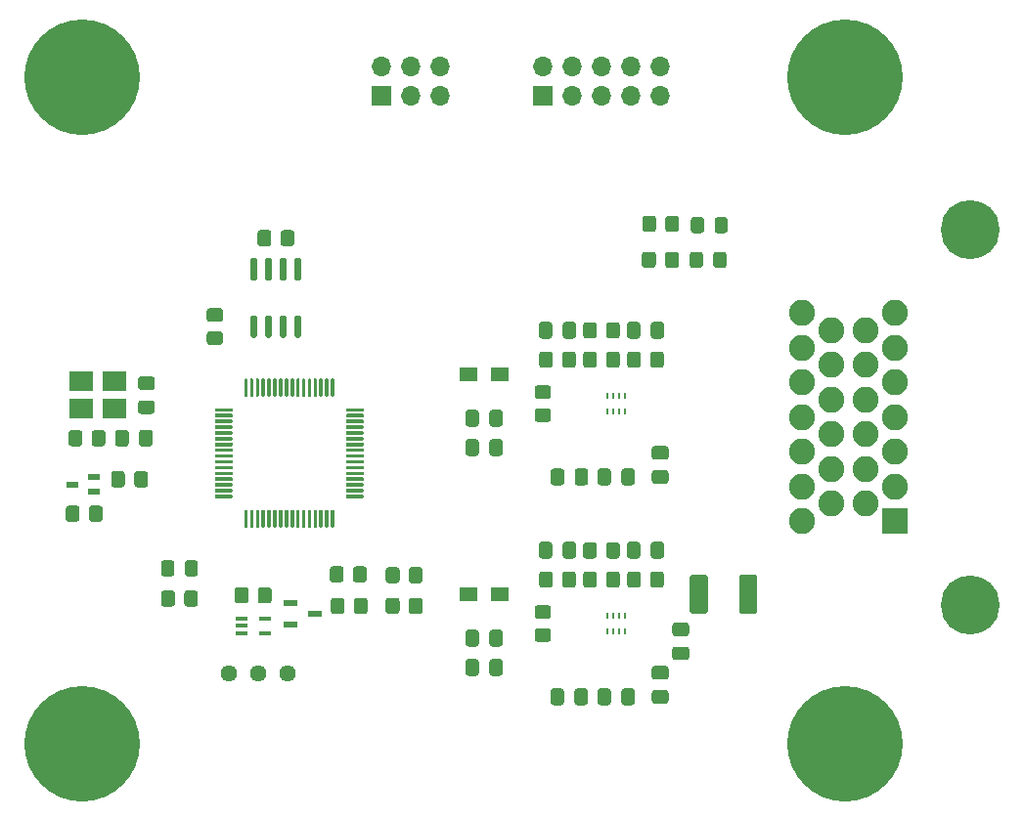
<source format=gts>
G04 #@! TF.GenerationSoftware,KiCad,Pcbnew,(5.1.12)-1*
G04 #@! TF.CreationDate,2022-07-24T10:45:22+02:00*
G04 #@! TF.ProjectId,telemetria tyl,74656c65-6d65-4747-9269-612074796c2e,rev?*
G04 #@! TF.SameCoordinates,Original*
G04 #@! TF.FileFunction,Soldermask,Top*
G04 #@! TF.FilePolarity,Negative*
%FSLAX46Y46*%
G04 Gerber Fmt 4.6, Leading zero omitted, Abs format (unit mm)*
G04 Created by KiCad (PCBNEW (5.1.12)-1) date 2022-07-24 10:45:22*
%MOMM*%
%LPD*%
G01*
G04 APERTURE LIST*
%ADD10R,2.250000X2.250000*%
%ADD11C,2.250000*%
%ADD12C,5.100000*%
%ADD13R,0.250000X0.600000*%
%ADD14C,10.000000*%
%ADD15C,0.900000*%
%ADD16R,1.700000X1.700000*%
%ADD17O,1.700000X1.700000*%
%ADD18R,1.500000X1.200000*%
%ADD19C,1.440000*%
%ADD20R,2.100000X1.800000*%
%ADD21R,1.000000X0.550000*%
%ADD22R,1.050000X0.400000*%
%ADD23R,1.300000X0.600000*%
G04 APERTURE END LIST*
D10*
X209550000Y-127000000D03*
D11*
X209550000Y-124000000D03*
X209550000Y-121000000D03*
X209550000Y-118000000D03*
X209550000Y-115000000D03*
X209550000Y-112000000D03*
X209550000Y-109000000D03*
X207050000Y-110500000D03*
X207050000Y-113500000D03*
X207050000Y-116500000D03*
X207050000Y-119500000D03*
X207050000Y-122500000D03*
X207050000Y-125500000D03*
X204050000Y-125500000D03*
X204050000Y-122500000D03*
X204050000Y-119500000D03*
X204050000Y-116500000D03*
X204050000Y-113500000D03*
X204050000Y-110500000D03*
X201550000Y-109000000D03*
X201550000Y-112000000D03*
X201550000Y-115000000D03*
X201550000Y-118000000D03*
X201550000Y-121000000D03*
X201550000Y-124000000D03*
X201550000Y-127000000D03*
D12*
X216050000Y-134250000D03*
X216050000Y-101750000D03*
D13*
X184670000Y-136590000D03*
X185170000Y-136590000D03*
X185670000Y-136590000D03*
X186170000Y-136590000D03*
X186170000Y-135190000D03*
X185670000Y-135190000D03*
X185170000Y-135190000D03*
X184670000Y-135190000D03*
G36*
G01*
X183795000Y-142715000D02*
X183795000Y-141765000D01*
G75*
G02*
X184045000Y-141515000I250000J0D01*
G01*
X184720000Y-141515000D01*
G75*
G02*
X184970000Y-141765000I0J-250000D01*
G01*
X184970000Y-142715000D01*
G75*
G02*
X184720000Y-142965000I-250000J0D01*
G01*
X184045000Y-142965000D01*
G75*
G02*
X183795000Y-142715000I0J250000D01*
G01*
G37*
G36*
G01*
X185870000Y-142715000D02*
X185870000Y-141765000D01*
G75*
G02*
X186120000Y-141515000I250000J0D01*
G01*
X186795000Y-141515000D01*
G75*
G02*
X187045000Y-141765000I0J-250000D01*
G01*
X187045000Y-142715000D01*
G75*
G02*
X186795000Y-142965000I-250000J0D01*
G01*
X186120000Y-142965000D01*
G75*
G02*
X185870000Y-142715000I0J250000D01*
G01*
G37*
G36*
G01*
X185870000Y-123665000D02*
X185870000Y-122715000D01*
G75*
G02*
X186120000Y-122465000I250000J0D01*
G01*
X186795000Y-122465000D01*
G75*
G02*
X187045000Y-122715000I0J-250000D01*
G01*
X187045000Y-123665000D01*
G75*
G02*
X186795000Y-123915000I-250000J0D01*
G01*
X186120000Y-123915000D01*
G75*
G02*
X185870000Y-123665000I0J250000D01*
G01*
G37*
G36*
G01*
X183795000Y-123665000D02*
X183795000Y-122715000D01*
G75*
G02*
X184045000Y-122465000I250000J0D01*
G01*
X184720000Y-122465000D01*
G75*
G02*
X184970000Y-122715000I0J-250000D01*
G01*
X184970000Y-123665000D01*
G75*
G02*
X184720000Y-123915000I-250000J0D01*
G01*
X184045000Y-123915000D01*
G75*
G02*
X183795000Y-123665000I0J250000D01*
G01*
G37*
G36*
G01*
X179752500Y-123665000D02*
X179752500Y-122715000D01*
G75*
G02*
X180002500Y-122465000I250000J0D01*
G01*
X180677500Y-122465000D01*
G75*
G02*
X180927500Y-122715000I0J-250000D01*
G01*
X180927500Y-123665000D01*
G75*
G02*
X180677500Y-123915000I-250000J0D01*
G01*
X180002500Y-123915000D01*
G75*
G02*
X179752500Y-123665000I0J250000D01*
G01*
G37*
G36*
G01*
X181827500Y-123665000D02*
X181827500Y-122715000D01*
G75*
G02*
X182077500Y-122465000I250000J0D01*
G01*
X182752500Y-122465000D01*
G75*
G02*
X183002500Y-122715000I0J-250000D01*
G01*
X183002500Y-123665000D01*
G75*
G02*
X182752500Y-123915000I-250000J0D01*
G01*
X182077500Y-123915000D01*
G75*
G02*
X181827500Y-123665000I0J250000D01*
G01*
G37*
G36*
G01*
X179731000Y-142715000D02*
X179731000Y-141765000D01*
G75*
G02*
X179981000Y-141515000I250000J0D01*
G01*
X180656000Y-141515000D01*
G75*
G02*
X180906000Y-141765000I0J-250000D01*
G01*
X180906000Y-142715000D01*
G75*
G02*
X180656000Y-142965000I-250000J0D01*
G01*
X179981000Y-142965000D01*
G75*
G02*
X179731000Y-142715000I0J250000D01*
G01*
G37*
G36*
G01*
X181806000Y-142715000D02*
X181806000Y-141765000D01*
G75*
G02*
X182056000Y-141515000I250000J0D01*
G01*
X182731000Y-141515000D01*
G75*
G02*
X182981000Y-141765000I0J-250000D01*
G01*
X182981000Y-142715000D01*
G75*
G02*
X182731000Y-142965000I-250000J0D01*
G01*
X182056000Y-142965000D01*
G75*
G02*
X181806000Y-142715000I0J250000D01*
G01*
G37*
G36*
G01*
X188755000Y-122602500D02*
X189705000Y-122602500D01*
G75*
G02*
X189955000Y-122852500I0J-250000D01*
G01*
X189955000Y-123527500D01*
G75*
G02*
X189705000Y-123777500I-250000J0D01*
G01*
X188755000Y-123777500D01*
G75*
G02*
X188505000Y-123527500I0J250000D01*
G01*
X188505000Y-122852500D01*
G75*
G02*
X188755000Y-122602500I250000J0D01*
G01*
G37*
G36*
G01*
X188755000Y-120527500D02*
X189705000Y-120527500D01*
G75*
G02*
X189955000Y-120777500I0J-250000D01*
G01*
X189955000Y-121452500D01*
G75*
G02*
X189705000Y-121702500I-250000J0D01*
G01*
X188755000Y-121702500D01*
G75*
G02*
X188505000Y-121452500I0J250000D01*
G01*
X188505000Y-120777500D01*
G75*
G02*
X188755000Y-120527500I250000J0D01*
G01*
G37*
G36*
G01*
X188755000Y-141652500D02*
X189705000Y-141652500D01*
G75*
G02*
X189955000Y-141902500I0J-250000D01*
G01*
X189955000Y-142577500D01*
G75*
G02*
X189705000Y-142827500I-250000J0D01*
G01*
X188755000Y-142827500D01*
G75*
G02*
X188505000Y-142577500I0J250000D01*
G01*
X188505000Y-141902500D01*
G75*
G02*
X188755000Y-141652500I250000J0D01*
G01*
G37*
G36*
G01*
X188755000Y-139577500D02*
X189705000Y-139577500D01*
G75*
G02*
X189955000Y-139827500I0J-250000D01*
G01*
X189955000Y-140502500D01*
G75*
G02*
X189705000Y-140752500I-250000J0D01*
G01*
X188755000Y-140752500D01*
G75*
G02*
X188505000Y-140502500I0J250000D01*
G01*
X188505000Y-139827500D01*
G75*
G02*
X188755000Y-139577500I250000J0D01*
G01*
G37*
G36*
G01*
X189585000Y-110015000D02*
X189585000Y-110965000D01*
G75*
G02*
X189335000Y-111215000I-250000J0D01*
G01*
X188660000Y-111215000D01*
G75*
G02*
X188410000Y-110965000I0J250000D01*
G01*
X188410000Y-110015000D01*
G75*
G02*
X188660000Y-109765000I250000J0D01*
G01*
X189335000Y-109765000D01*
G75*
G02*
X189585000Y-110015000I0J-250000D01*
G01*
G37*
G36*
G01*
X187510000Y-110015000D02*
X187510000Y-110965000D01*
G75*
G02*
X187260000Y-111215000I-250000J0D01*
G01*
X186585000Y-111215000D01*
G75*
G02*
X186335000Y-110965000I0J250000D01*
G01*
X186335000Y-110015000D01*
G75*
G02*
X186585000Y-109765000I250000J0D01*
G01*
X187260000Y-109765000D01*
G75*
G02*
X187510000Y-110015000I0J-250000D01*
G01*
G37*
G36*
G01*
X187510000Y-129065000D02*
X187510000Y-130015000D01*
G75*
G02*
X187260000Y-130265000I-250000J0D01*
G01*
X186585000Y-130265000D01*
G75*
G02*
X186335000Y-130015000I0J250000D01*
G01*
X186335000Y-129065000D01*
G75*
G02*
X186585000Y-128815000I250000J0D01*
G01*
X187260000Y-128815000D01*
G75*
G02*
X187510000Y-129065000I0J-250000D01*
G01*
G37*
G36*
G01*
X189585000Y-129065000D02*
X189585000Y-130015000D01*
G75*
G02*
X189335000Y-130265000I-250000J0D01*
G01*
X188660000Y-130265000D01*
G75*
G02*
X188410000Y-130015000I0J250000D01*
G01*
X188410000Y-129065000D01*
G75*
G02*
X188660000Y-128815000I250000J0D01*
G01*
X189335000Y-128815000D01*
G75*
G02*
X189585000Y-129065000I0J-250000D01*
G01*
G37*
G36*
G01*
X174440000Y-118585000D02*
X174440000Y-117635000D01*
G75*
G02*
X174690000Y-117385000I250000J0D01*
G01*
X175365000Y-117385000D01*
G75*
G02*
X175615000Y-117635000I0J-250000D01*
G01*
X175615000Y-118585000D01*
G75*
G02*
X175365000Y-118835000I-250000J0D01*
G01*
X174690000Y-118835000D01*
G75*
G02*
X174440000Y-118585000I0J250000D01*
G01*
G37*
G36*
G01*
X172365000Y-118585000D02*
X172365000Y-117635000D01*
G75*
G02*
X172615000Y-117385000I250000J0D01*
G01*
X173290000Y-117385000D01*
G75*
G02*
X173540000Y-117635000I0J-250000D01*
G01*
X173540000Y-118585000D01*
G75*
G02*
X173290000Y-118835000I-250000J0D01*
G01*
X172615000Y-118835000D01*
G75*
G02*
X172365000Y-118585000I0J250000D01*
G01*
G37*
G36*
G01*
X174440000Y-137635000D02*
X174440000Y-136685000D01*
G75*
G02*
X174690000Y-136435000I250000J0D01*
G01*
X175365000Y-136435000D01*
G75*
G02*
X175615000Y-136685000I0J-250000D01*
G01*
X175615000Y-137635000D01*
G75*
G02*
X175365000Y-137885000I-250000J0D01*
G01*
X174690000Y-137885000D01*
G75*
G02*
X174440000Y-137635000I0J250000D01*
G01*
G37*
G36*
G01*
X172365000Y-137635000D02*
X172365000Y-136685000D01*
G75*
G02*
X172615000Y-136435000I250000J0D01*
G01*
X173290000Y-136435000D01*
G75*
G02*
X173540000Y-136685000I0J-250000D01*
G01*
X173540000Y-137635000D01*
G75*
G02*
X173290000Y-137885000I-250000J0D01*
G01*
X172615000Y-137885000D01*
G75*
G02*
X172365000Y-137635000I0J250000D01*
G01*
G37*
G36*
G01*
X178715000Y-130015000D02*
X178715000Y-129065000D01*
G75*
G02*
X178965000Y-128815000I250000J0D01*
G01*
X179640000Y-128815000D01*
G75*
G02*
X179890000Y-129065000I0J-250000D01*
G01*
X179890000Y-130015000D01*
G75*
G02*
X179640000Y-130265000I-250000J0D01*
G01*
X178965000Y-130265000D01*
G75*
G02*
X178715000Y-130015000I0J250000D01*
G01*
G37*
G36*
G01*
X180790000Y-130015000D02*
X180790000Y-129065000D01*
G75*
G02*
X181040000Y-128815000I250000J0D01*
G01*
X181715000Y-128815000D01*
G75*
G02*
X181965000Y-129065000I0J-250000D01*
G01*
X181965000Y-130015000D01*
G75*
G02*
X181715000Y-130265000I-250000J0D01*
G01*
X181040000Y-130265000D01*
G75*
G02*
X180790000Y-130015000I0J250000D01*
G01*
G37*
G36*
G01*
X190533000Y-137885500D02*
X191483000Y-137885500D01*
G75*
G02*
X191733000Y-138135500I0J-250000D01*
G01*
X191733000Y-138810500D01*
G75*
G02*
X191483000Y-139060500I-250000J0D01*
G01*
X190533000Y-139060500D01*
G75*
G02*
X190283000Y-138810500I0J250000D01*
G01*
X190283000Y-138135500D01*
G75*
G02*
X190533000Y-137885500I250000J0D01*
G01*
G37*
G36*
G01*
X190533000Y-135810500D02*
X191483000Y-135810500D01*
G75*
G02*
X191733000Y-136060500I0J-250000D01*
G01*
X191733000Y-136735500D01*
G75*
G02*
X191483000Y-136985500I-250000J0D01*
G01*
X190533000Y-136985500D01*
G75*
G02*
X190283000Y-136735500I0J250000D01*
G01*
X190283000Y-136060500D01*
G75*
G02*
X190533000Y-135810500I250000J0D01*
G01*
G37*
G36*
G01*
X178715000Y-110965000D02*
X178715000Y-110015000D01*
G75*
G02*
X178965000Y-109765000I250000J0D01*
G01*
X179640000Y-109765000D01*
G75*
G02*
X179890000Y-110015000I0J-250000D01*
G01*
X179890000Y-110965000D01*
G75*
G02*
X179640000Y-111215000I-250000J0D01*
G01*
X178965000Y-111215000D01*
G75*
G02*
X178715000Y-110965000I0J250000D01*
G01*
G37*
G36*
G01*
X180790000Y-110965000D02*
X180790000Y-110015000D01*
G75*
G02*
X181040000Y-109765000I250000J0D01*
G01*
X181715000Y-109765000D01*
G75*
G02*
X181965000Y-110015000I0J-250000D01*
G01*
X181965000Y-110965000D01*
G75*
G02*
X181715000Y-111215000I-250000J0D01*
G01*
X181040000Y-111215000D01*
G75*
G02*
X180790000Y-110965000I0J250000D01*
G01*
G37*
G36*
G01*
X144279600Y-116562200D02*
X145229600Y-116562200D01*
G75*
G02*
X145479600Y-116812200I0J-250000D01*
G01*
X145479600Y-117487200D01*
G75*
G02*
X145229600Y-117737200I-250000J0D01*
G01*
X144279600Y-117737200D01*
G75*
G02*
X144029600Y-117487200I0J250000D01*
G01*
X144029600Y-116812200D01*
G75*
G02*
X144279600Y-116562200I250000J0D01*
G01*
G37*
G36*
G01*
X144279600Y-114487200D02*
X145229600Y-114487200D01*
G75*
G02*
X145479600Y-114737200I0J-250000D01*
G01*
X145479600Y-115412200D01*
G75*
G02*
X145229600Y-115662200I-250000J0D01*
G01*
X144279600Y-115662200D01*
G75*
G02*
X144029600Y-115412200I0J250000D01*
G01*
X144029600Y-114737200D01*
G75*
G02*
X144279600Y-114487200I250000J0D01*
G01*
G37*
G36*
G01*
X142050100Y-120312200D02*
X142050100Y-119362200D01*
G75*
G02*
X142300100Y-119112200I250000J0D01*
G01*
X142975100Y-119112200D01*
G75*
G02*
X143225100Y-119362200I0J-250000D01*
G01*
X143225100Y-120312200D01*
G75*
G02*
X142975100Y-120562200I-250000J0D01*
G01*
X142300100Y-120562200D01*
G75*
G02*
X142050100Y-120312200I0J250000D01*
G01*
G37*
G36*
G01*
X144125100Y-120312200D02*
X144125100Y-119362200D01*
G75*
G02*
X144375100Y-119112200I250000J0D01*
G01*
X145050100Y-119112200D01*
G75*
G02*
X145300100Y-119362200I0J-250000D01*
G01*
X145300100Y-120312200D01*
G75*
G02*
X145050100Y-120562200I-250000J0D01*
G01*
X144375100Y-120562200D01*
G75*
G02*
X144125100Y-120312200I0J250000D01*
G01*
G37*
G36*
G01*
X146022701Y-131562802D02*
X146022701Y-130662800D01*
G75*
G02*
X146272700Y-130412801I249999J0D01*
G01*
X146922702Y-130412801D01*
G75*
G02*
X147172701Y-130662800I0J-249999D01*
G01*
X147172701Y-131562802D01*
G75*
G02*
X146922702Y-131812801I-249999J0D01*
G01*
X146272700Y-131812801D01*
G75*
G02*
X146022701Y-131562802I0J249999D01*
G01*
G37*
G36*
G01*
X148072701Y-131562802D02*
X148072701Y-130662800D01*
G75*
G02*
X148322700Y-130412801I249999J0D01*
G01*
X148972702Y-130412801D01*
G75*
G02*
X149222701Y-130662800I0J-249999D01*
G01*
X149222701Y-131562802D01*
G75*
G02*
X148972702Y-131812801I-249999J0D01*
G01*
X148322700Y-131812801D01*
G75*
G02*
X148072701Y-131562802I0J249999D01*
G01*
G37*
G36*
G01*
X193933301Y-101831402D02*
X193933301Y-100931400D01*
G75*
G02*
X194183300Y-100681401I249999J0D01*
G01*
X194833302Y-100681401D01*
G75*
G02*
X195083301Y-100931400I0J-249999D01*
G01*
X195083301Y-101831402D01*
G75*
G02*
X194833302Y-102081401I-249999J0D01*
G01*
X194183300Y-102081401D01*
G75*
G02*
X193933301Y-101831402I0J249999D01*
G01*
G37*
G36*
G01*
X191883301Y-101831402D02*
X191883301Y-100931400D01*
G75*
G02*
X192133300Y-100681401I249999J0D01*
G01*
X192783302Y-100681401D01*
G75*
G02*
X193033301Y-100931400I0J-249999D01*
G01*
X193033301Y-101831402D01*
G75*
G02*
X192783302Y-102081401I-249999J0D01*
G01*
X192133300Y-102081401D01*
G75*
G02*
X191883301Y-101831402I0J249999D01*
G01*
G37*
G36*
G01*
X191779200Y-104844001D02*
X191779200Y-103943999D01*
G75*
G02*
X192029199Y-103694000I249999J0D01*
G01*
X192679201Y-103694000D01*
G75*
G02*
X192929200Y-103943999I0J-249999D01*
G01*
X192929200Y-104844001D01*
G75*
G02*
X192679201Y-105094000I-249999J0D01*
G01*
X192029199Y-105094000D01*
G75*
G02*
X191779200Y-104844001I0J249999D01*
G01*
G37*
G36*
G01*
X193829200Y-104844001D02*
X193829200Y-103943999D01*
G75*
G02*
X194079199Y-103694000I249999J0D01*
G01*
X194729201Y-103694000D01*
G75*
G02*
X194979200Y-103943999I0J-249999D01*
G01*
X194979200Y-104844001D01*
G75*
G02*
X194729201Y-105094000I-249999J0D01*
G01*
X194079199Y-105094000D01*
G75*
G02*
X193829200Y-104844001I0J249999D01*
G01*
G37*
G36*
G01*
X191787500Y-134800001D02*
X191787500Y-131899999D01*
G75*
G02*
X192037499Y-131650000I249999J0D01*
G01*
X193112501Y-131650000D01*
G75*
G02*
X193362500Y-131899999I0J-249999D01*
G01*
X193362500Y-134800001D01*
G75*
G02*
X193112501Y-135050000I-249999J0D01*
G01*
X192037499Y-135050000D01*
G75*
G02*
X191787500Y-134800001I0J249999D01*
G01*
G37*
G36*
G01*
X196062500Y-134800001D02*
X196062500Y-131899999D01*
G75*
G02*
X196312499Y-131650000I249999J0D01*
G01*
X197387501Y-131650000D01*
G75*
G02*
X197637500Y-131899999I0J-249999D01*
G01*
X197637500Y-134800001D01*
G75*
G02*
X197387501Y-135050000I-249999J0D01*
G01*
X196312499Y-135050000D01*
G75*
G02*
X196062500Y-134800001I0J249999D01*
G01*
G37*
D14*
X205232000Y-146304000D03*
D15*
X208982000Y-146304000D03*
X207883650Y-148955650D03*
X205232000Y-150054000D03*
X202580350Y-148955650D03*
X201482000Y-146304000D03*
X202580350Y-143652350D03*
X205232000Y-142554000D03*
X207883650Y-143652350D03*
X141843650Y-85930850D03*
X139192000Y-84832500D03*
X136540350Y-85930850D03*
X135442000Y-88582500D03*
X136540350Y-91234150D03*
X139192000Y-92332500D03*
X141843650Y-91234150D03*
X142942000Y-88582500D03*
D14*
X139192000Y-88582500D03*
X205232000Y-88582500D03*
D15*
X208982000Y-88582500D03*
X207883650Y-91234150D03*
X205232000Y-92332500D03*
X202580350Y-91234150D03*
X201482000Y-88582500D03*
X202580350Y-85930850D03*
X205232000Y-84832500D03*
X207883650Y-85930850D03*
D13*
X184670000Y-116140000D03*
X185170000Y-116140000D03*
X185670000Y-116140000D03*
X186170000Y-116140000D03*
X186170000Y-117540000D03*
X185670000Y-117540000D03*
X185170000Y-117540000D03*
X184670000Y-117540000D03*
D16*
X179070000Y-90170000D03*
D17*
X179070000Y-87630000D03*
X181610000Y-90170000D03*
X181610000Y-87630000D03*
X184150000Y-90170000D03*
X184150000Y-87630000D03*
X186690000Y-90170000D03*
X186690000Y-87630000D03*
X189230000Y-90170000D03*
X189230000Y-87630000D03*
D16*
X165100000Y-90170000D03*
D17*
X165100000Y-87630000D03*
X167640000Y-90170000D03*
X167640000Y-87630000D03*
X170180000Y-90170000D03*
X170180000Y-87630000D03*
D18*
X175340000Y-114300000D03*
X172640000Y-114300000D03*
X172640000Y-133350000D03*
X175340000Y-133350000D03*
G36*
G01*
X150235499Y-110572500D02*
X151135501Y-110572500D01*
G75*
G02*
X151385500Y-110822499I0J-249999D01*
G01*
X151385500Y-111522501D01*
G75*
G02*
X151135501Y-111772500I-249999J0D01*
G01*
X150235499Y-111772500D01*
G75*
G02*
X149985500Y-111522501I0J249999D01*
G01*
X149985500Y-110822499D01*
G75*
G02*
X150235499Y-110572500I249999J0D01*
G01*
G37*
G36*
G01*
X150235499Y-108572500D02*
X151135501Y-108572500D01*
G75*
G02*
X151385500Y-108822499I0J-249999D01*
G01*
X151385500Y-109522501D01*
G75*
G02*
X151135501Y-109772500I-249999J0D01*
G01*
X150235499Y-109772500D01*
G75*
G02*
X149985500Y-109522501I0J249999D01*
G01*
X149985500Y-108822499D01*
G75*
G02*
X150235499Y-108572500I249999J0D01*
G01*
G37*
G36*
G01*
X179520001Y-116440000D02*
X178619999Y-116440000D01*
G75*
G02*
X178370000Y-116190001I0J249999D01*
G01*
X178370000Y-115489999D01*
G75*
G02*
X178619999Y-115240000I249999J0D01*
G01*
X179520001Y-115240000D01*
G75*
G02*
X179770000Y-115489999I0J-249999D01*
G01*
X179770000Y-116190001D01*
G75*
G02*
X179520001Y-116440000I-249999J0D01*
G01*
G37*
G36*
G01*
X179520001Y-118440000D02*
X178619999Y-118440000D01*
G75*
G02*
X178370000Y-118190001I0J249999D01*
G01*
X178370000Y-117489999D01*
G75*
G02*
X178619999Y-117240000I249999J0D01*
G01*
X179520001Y-117240000D01*
G75*
G02*
X179770000Y-117489999I0J-249999D01*
G01*
X179770000Y-118190001D01*
G75*
G02*
X179520001Y-118440000I-249999J0D01*
G01*
G37*
G36*
G01*
X179520001Y-135490000D02*
X178619999Y-135490000D01*
G75*
G02*
X178370000Y-135240001I0J249999D01*
G01*
X178370000Y-134539999D01*
G75*
G02*
X178619999Y-134290000I249999J0D01*
G01*
X179520001Y-134290000D01*
G75*
G02*
X179770000Y-134539999I0J-249999D01*
G01*
X179770000Y-135240001D01*
G75*
G02*
X179520001Y-135490000I-249999J0D01*
G01*
G37*
G36*
G01*
X179520001Y-137490000D02*
X178619999Y-137490000D01*
G75*
G02*
X178370000Y-137240001I0J249999D01*
G01*
X178370000Y-136539999D01*
G75*
G02*
X178619999Y-136290000I249999J0D01*
G01*
X179520001Y-136290000D01*
G75*
G02*
X179770000Y-136539999I0J-249999D01*
G01*
X179770000Y-137240001D01*
G75*
G02*
X179520001Y-137490000I-249999J0D01*
G01*
G37*
G36*
G01*
X186360000Y-113480001D02*
X186360000Y-112579999D01*
G75*
G02*
X186609999Y-112330000I249999J0D01*
G01*
X187310001Y-112330000D01*
G75*
G02*
X187560000Y-112579999I0J-249999D01*
G01*
X187560000Y-113480001D01*
G75*
G02*
X187310001Y-113730000I-249999J0D01*
G01*
X186609999Y-113730000D01*
G75*
G02*
X186360000Y-113480001I0J249999D01*
G01*
G37*
G36*
G01*
X188360000Y-113480001D02*
X188360000Y-112579999D01*
G75*
G02*
X188609999Y-112330000I249999J0D01*
G01*
X189310001Y-112330000D01*
G75*
G02*
X189560000Y-112579999I0J-249999D01*
G01*
X189560000Y-113480001D01*
G75*
G02*
X189310001Y-113730000I-249999J0D01*
G01*
X188609999Y-113730000D01*
G75*
G02*
X188360000Y-113480001I0J249999D01*
G01*
G37*
G36*
G01*
X188360000Y-132530001D02*
X188360000Y-131629999D01*
G75*
G02*
X188609999Y-131380000I249999J0D01*
G01*
X189310001Y-131380000D01*
G75*
G02*
X189560000Y-131629999I0J-249999D01*
G01*
X189560000Y-132530001D01*
G75*
G02*
X189310001Y-132780000I-249999J0D01*
G01*
X188609999Y-132780000D01*
G75*
G02*
X188360000Y-132530001I0J249999D01*
G01*
G37*
G36*
G01*
X186360000Y-132530001D02*
X186360000Y-131629999D01*
G75*
G02*
X186609999Y-131380000I249999J0D01*
G01*
X187310001Y-131380000D01*
G75*
G02*
X187560000Y-131629999I0J-249999D01*
G01*
X187560000Y-132530001D01*
G75*
G02*
X187310001Y-132780000I-249999J0D01*
G01*
X186609999Y-132780000D01*
G75*
G02*
X186360000Y-132530001I0J249999D01*
G01*
G37*
G36*
G01*
X184550000Y-132530001D02*
X184550000Y-131629999D01*
G75*
G02*
X184799999Y-131380000I249999J0D01*
G01*
X185500001Y-131380000D01*
G75*
G02*
X185750000Y-131629999I0J-249999D01*
G01*
X185750000Y-132530001D01*
G75*
G02*
X185500001Y-132780000I-249999J0D01*
G01*
X184799999Y-132780000D01*
G75*
G02*
X184550000Y-132530001I0J249999D01*
G01*
G37*
G36*
G01*
X182550000Y-132530001D02*
X182550000Y-131629999D01*
G75*
G02*
X182799999Y-131380000I249999J0D01*
G01*
X183500001Y-131380000D01*
G75*
G02*
X183750000Y-131629999I0J-249999D01*
G01*
X183750000Y-132530001D01*
G75*
G02*
X183500001Y-132780000I-249999J0D01*
G01*
X182799999Y-132780000D01*
G75*
G02*
X182550000Y-132530001I0J249999D01*
G01*
G37*
G36*
G01*
X182550000Y-113480001D02*
X182550000Y-112579999D01*
G75*
G02*
X182799999Y-112330000I249999J0D01*
G01*
X183500001Y-112330000D01*
G75*
G02*
X183750000Y-112579999I0J-249999D01*
G01*
X183750000Y-113480001D01*
G75*
G02*
X183500001Y-113730000I-249999J0D01*
G01*
X182799999Y-113730000D01*
G75*
G02*
X182550000Y-113480001I0J249999D01*
G01*
G37*
G36*
G01*
X184550000Y-113480001D02*
X184550000Y-112579999D01*
G75*
G02*
X184799999Y-112330000I249999J0D01*
G01*
X185500001Y-112330000D01*
G75*
G02*
X185750000Y-112579999I0J-249999D01*
G01*
X185750000Y-113480001D01*
G75*
G02*
X185500001Y-113730000I-249999J0D01*
G01*
X184799999Y-113730000D01*
G75*
G02*
X184550000Y-113480001I0J249999D01*
G01*
G37*
G36*
G01*
X182550000Y-130015401D02*
X182550000Y-129115399D01*
G75*
G02*
X182799999Y-128865400I249999J0D01*
G01*
X183500001Y-128865400D01*
G75*
G02*
X183750000Y-129115399I0J-249999D01*
G01*
X183750000Y-130015401D01*
G75*
G02*
X183500001Y-130265400I-249999J0D01*
G01*
X182799999Y-130265400D01*
G75*
G02*
X182550000Y-130015401I0J249999D01*
G01*
G37*
G36*
G01*
X184550000Y-130015401D02*
X184550000Y-129115399D01*
G75*
G02*
X184799999Y-128865400I249999J0D01*
G01*
X185500001Y-128865400D01*
G75*
G02*
X185750000Y-129115399I0J-249999D01*
G01*
X185750000Y-130015401D01*
G75*
G02*
X185500001Y-130265400I-249999J0D01*
G01*
X184799999Y-130265400D01*
G75*
G02*
X184550000Y-130015401I0J249999D01*
G01*
G37*
G36*
G01*
X182550000Y-110940001D02*
X182550000Y-110039999D01*
G75*
G02*
X182799999Y-109790000I249999J0D01*
G01*
X183500001Y-109790000D01*
G75*
G02*
X183750000Y-110039999I0J-249999D01*
G01*
X183750000Y-110940001D01*
G75*
G02*
X183500001Y-111190000I-249999J0D01*
G01*
X182799999Y-111190000D01*
G75*
G02*
X182550000Y-110940001I0J249999D01*
G01*
G37*
G36*
G01*
X184550000Y-110940001D02*
X184550000Y-110039999D01*
G75*
G02*
X184799999Y-109790000I249999J0D01*
G01*
X185500001Y-109790000D01*
G75*
G02*
X185750000Y-110039999I0J-249999D01*
G01*
X185750000Y-110940001D01*
G75*
G02*
X185500001Y-111190000I-249999J0D01*
G01*
X184799999Y-111190000D01*
G75*
G02*
X184550000Y-110940001I0J249999D01*
G01*
G37*
G36*
G01*
X178740000Y-132530001D02*
X178740000Y-131629999D01*
G75*
G02*
X178989999Y-131380000I249999J0D01*
G01*
X179690001Y-131380000D01*
G75*
G02*
X179940000Y-131629999I0J-249999D01*
G01*
X179940000Y-132530001D01*
G75*
G02*
X179690001Y-132780000I-249999J0D01*
G01*
X178989999Y-132780000D01*
G75*
G02*
X178740000Y-132530001I0J249999D01*
G01*
G37*
G36*
G01*
X180740000Y-132530001D02*
X180740000Y-131629999D01*
G75*
G02*
X180989999Y-131380000I249999J0D01*
G01*
X181690001Y-131380000D01*
G75*
G02*
X181940000Y-131629999I0J-249999D01*
G01*
X181940000Y-132530001D01*
G75*
G02*
X181690001Y-132780000I-249999J0D01*
G01*
X180989999Y-132780000D01*
G75*
G02*
X180740000Y-132530001I0J249999D01*
G01*
G37*
G36*
G01*
X148024800Y-134181001D02*
X148024800Y-133280999D01*
G75*
G02*
X148274799Y-133031000I249999J0D01*
G01*
X148974801Y-133031000D01*
G75*
G02*
X149224800Y-133280999I0J-249999D01*
G01*
X149224800Y-134181001D01*
G75*
G02*
X148974801Y-134431000I-249999J0D01*
G01*
X148274799Y-134431000D01*
G75*
G02*
X148024800Y-134181001I0J249999D01*
G01*
G37*
G36*
G01*
X146024800Y-134181001D02*
X146024800Y-133280999D01*
G75*
G02*
X146274799Y-133031000I249999J0D01*
G01*
X146974801Y-133031000D01*
G75*
G02*
X147224800Y-133280999I0J-249999D01*
G01*
X147224800Y-134181001D01*
G75*
G02*
X146974801Y-134431000I-249999J0D01*
G01*
X146274799Y-134431000D01*
G75*
G02*
X146024800Y-134181001I0J249999D01*
G01*
G37*
G36*
G01*
X190880800Y-100819799D02*
X190880800Y-101719801D01*
G75*
G02*
X190630801Y-101969800I-249999J0D01*
G01*
X189930799Y-101969800D01*
G75*
G02*
X189680800Y-101719801I0J249999D01*
G01*
X189680800Y-100819799D01*
G75*
G02*
X189930799Y-100569800I249999J0D01*
G01*
X190630801Y-100569800D01*
G75*
G02*
X190880800Y-100819799I0J-249999D01*
G01*
G37*
G36*
G01*
X188880800Y-100819799D02*
X188880800Y-101719801D01*
G75*
G02*
X188630801Y-101969800I-249999J0D01*
G01*
X187930799Y-101969800D01*
G75*
G02*
X187680800Y-101719801I0J249999D01*
G01*
X187680800Y-100819799D01*
G75*
G02*
X187930799Y-100569800I249999J0D01*
G01*
X188630801Y-100569800D01*
G75*
G02*
X188880800Y-100819799I0J-249999D01*
G01*
G37*
G36*
G01*
X190855400Y-103943999D02*
X190855400Y-104844001D01*
G75*
G02*
X190605401Y-105094000I-249999J0D01*
G01*
X189905399Y-105094000D01*
G75*
G02*
X189655400Y-104844001I0J249999D01*
G01*
X189655400Y-103943999D01*
G75*
G02*
X189905399Y-103694000I249999J0D01*
G01*
X190605401Y-103694000D01*
G75*
G02*
X190855400Y-103943999I0J-249999D01*
G01*
G37*
G36*
G01*
X188855400Y-103943999D02*
X188855400Y-104844001D01*
G75*
G02*
X188605401Y-105094000I-249999J0D01*
G01*
X187905399Y-105094000D01*
G75*
G02*
X187655400Y-104844001I0J249999D01*
G01*
X187655400Y-103943999D01*
G75*
G02*
X187905399Y-103694000I249999J0D01*
G01*
X188605401Y-103694000D01*
G75*
G02*
X188855400Y-103943999I0J-249999D01*
G01*
G37*
G36*
G01*
X180740000Y-113480001D02*
X180740000Y-112579999D01*
G75*
G02*
X180989999Y-112330000I249999J0D01*
G01*
X181690001Y-112330000D01*
G75*
G02*
X181940000Y-112579999I0J-249999D01*
G01*
X181940000Y-113480001D01*
G75*
G02*
X181690001Y-113730000I-249999J0D01*
G01*
X180989999Y-113730000D01*
G75*
G02*
X180740000Y-113480001I0J249999D01*
G01*
G37*
G36*
G01*
X178740000Y-113480001D02*
X178740000Y-112579999D01*
G75*
G02*
X178989999Y-112330000I249999J0D01*
G01*
X179690001Y-112330000D01*
G75*
G02*
X179940000Y-112579999I0J-249999D01*
G01*
X179940000Y-113480001D01*
G75*
G02*
X179690001Y-113730000I-249999J0D01*
G01*
X178989999Y-113730000D01*
G75*
G02*
X178740000Y-113480001I0J249999D01*
G01*
G37*
G36*
G01*
X143694100Y-123843201D02*
X143694100Y-122943199D01*
G75*
G02*
X143944099Y-122693200I249999J0D01*
G01*
X144644101Y-122693200D01*
G75*
G02*
X144894100Y-122943199I0J-249999D01*
G01*
X144894100Y-123843201D01*
G75*
G02*
X144644101Y-124093200I-249999J0D01*
G01*
X143944099Y-124093200D01*
G75*
G02*
X143694100Y-123843201I0J249999D01*
G01*
G37*
G36*
G01*
X141694100Y-123843201D02*
X141694100Y-122943199D01*
G75*
G02*
X141944099Y-122693200I249999J0D01*
G01*
X142644101Y-122693200D01*
G75*
G02*
X142894100Y-122943199I0J-249999D01*
G01*
X142894100Y-123843201D01*
G75*
G02*
X142644101Y-124093200I-249999J0D01*
G01*
X141944099Y-124093200D01*
G75*
G02*
X141694100Y-123843201I0J249999D01*
G01*
G37*
G36*
G01*
X163906000Y-133915999D02*
X163906000Y-134816001D01*
G75*
G02*
X163656001Y-135066000I-249999J0D01*
G01*
X162955999Y-135066000D01*
G75*
G02*
X162706000Y-134816001I0J249999D01*
G01*
X162706000Y-133915999D01*
G75*
G02*
X162955999Y-133666000I249999J0D01*
G01*
X163656001Y-133666000D01*
G75*
G02*
X163906000Y-133915999I0J-249999D01*
G01*
G37*
G36*
G01*
X161906000Y-133915999D02*
X161906000Y-134816001D01*
G75*
G02*
X161656001Y-135066000I-249999J0D01*
G01*
X160955999Y-135066000D01*
G75*
G02*
X160706000Y-134816001I0J249999D01*
G01*
X160706000Y-133915999D01*
G75*
G02*
X160955999Y-133666000I249999J0D01*
G01*
X161656001Y-133666000D01*
G75*
G02*
X161906000Y-133915999I0J-249999D01*
G01*
G37*
G36*
G01*
X161826500Y-131185499D02*
X161826500Y-132085501D01*
G75*
G02*
X161576501Y-132335500I-249999J0D01*
G01*
X160876499Y-132335500D01*
G75*
G02*
X160626500Y-132085501I0J249999D01*
G01*
X160626500Y-131185499D01*
G75*
G02*
X160876499Y-130935500I249999J0D01*
G01*
X161576501Y-130935500D01*
G75*
G02*
X161826500Y-131185499I0J-249999D01*
G01*
G37*
G36*
G01*
X163826500Y-131185499D02*
X163826500Y-132085501D01*
G75*
G02*
X163576501Y-132335500I-249999J0D01*
G01*
X162876499Y-132335500D01*
G75*
G02*
X162626500Y-132085501I0J249999D01*
G01*
X162626500Y-131185499D01*
G75*
G02*
X162876499Y-130935500I249999J0D01*
G01*
X163576501Y-130935500D01*
G75*
G02*
X163826500Y-131185499I0J-249999D01*
G01*
G37*
G36*
G01*
X168668500Y-133915999D02*
X168668500Y-134816001D01*
G75*
G02*
X168418501Y-135066000I-249999J0D01*
G01*
X167718499Y-135066000D01*
G75*
G02*
X167468500Y-134816001I0J249999D01*
G01*
X167468500Y-133915999D01*
G75*
G02*
X167718499Y-133666000I249999J0D01*
G01*
X168418501Y-133666000D01*
G75*
G02*
X168668500Y-133915999I0J-249999D01*
G01*
G37*
G36*
G01*
X166668500Y-133915999D02*
X166668500Y-134816001D01*
G75*
G02*
X166418501Y-135066000I-249999J0D01*
G01*
X165718499Y-135066000D01*
G75*
G02*
X165468500Y-134816001I0J249999D01*
G01*
X165468500Y-133915999D01*
G75*
G02*
X165718499Y-133666000I249999J0D01*
G01*
X166418501Y-133666000D01*
G75*
G02*
X166668500Y-133915999I0J-249999D01*
G01*
G37*
G36*
G01*
X168668500Y-131248999D02*
X168668500Y-132149001D01*
G75*
G02*
X168418501Y-132399000I-249999J0D01*
G01*
X167718499Y-132399000D01*
G75*
G02*
X167468500Y-132149001I0J249999D01*
G01*
X167468500Y-131248999D01*
G75*
G02*
X167718499Y-130999000I249999J0D01*
G01*
X168418501Y-130999000D01*
G75*
G02*
X168668500Y-131248999I0J-249999D01*
G01*
G37*
G36*
G01*
X166668500Y-131248999D02*
X166668500Y-132149001D01*
G75*
G02*
X166418501Y-132399000I-249999J0D01*
G01*
X165718499Y-132399000D01*
G75*
G02*
X165468500Y-132149001I0J249999D01*
G01*
X165468500Y-131248999D01*
G75*
G02*
X165718499Y-130999000I249999J0D01*
G01*
X166418501Y-130999000D01*
G75*
G02*
X166668500Y-131248999I0J-249999D01*
G01*
G37*
G36*
G01*
X140973100Y-125927699D02*
X140973100Y-126827701D01*
G75*
G02*
X140723101Y-127077700I-249999J0D01*
G01*
X140023099Y-127077700D01*
G75*
G02*
X139773100Y-126827701I0J249999D01*
G01*
X139773100Y-125927699D01*
G75*
G02*
X140023099Y-125677700I249999J0D01*
G01*
X140723101Y-125677700D01*
G75*
G02*
X140973100Y-125927699I0J-249999D01*
G01*
G37*
G36*
G01*
X138973100Y-125927699D02*
X138973100Y-126827701D01*
G75*
G02*
X138723101Y-127077700I-249999J0D01*
G01*
X138023099Y-127077700D01*
G75*
G02*
X137773100Y-126827701I0J249999D01*
G01*
X137773100Y-125927699D01*
G75*
G02*
X138023099Y-125677700I249999J0D01*
G01*
X138723101Y-125677700D01*
G75*
G02*
X138973100Y-125927699I0J-249999D01*
G01*
G37*
G36*
G01*
X154396900Y-133901601D02*
X154396900Y-133001599D01*
G75*
G02*
X154646899Y-132751600I249999J0D01*
G01*
X155346901Y-132751600D01*
G75*
G02*
X155596900Y-133001599I0J-249999D01*
G01*
X155596900Y-133901601D01*
G75*
G02*
X155346901Y-134151600I-249999J0D01*
G01*
X154646899Y-134151600D01*
G75*
G02*
X154396900Y-133901601I0J249999D01*
G01*
G37*
G36*
G01*
X152396900Y-133901601D02*
X152396900Y-133001599D01*
G75*
G02*
X152646899Y-132751600I249999J0D01*
G01*
X153346901Y-132751600D01*
G75*
G02*
X153596900Y-133001599I0J-249999D01*
G01*
X153596900Y-133901601D01*
G75*
G02*
X153346901Y-134151600I-249999J0D01*
G01*
X152646899Y-134151600D01*
G75*
G02*
X152396900Y-133901601I0J249999D01*
G01*
G37*
G36*
G01*
X156372000Y-102964401D02*
X156372000Y-102064399D01*
G75*
G02*
X156621999Y-101814400I249999J0D01*
G01*
X157322001Y-101814400D01*
G75*
G02*
X157572000Y-102064399I0J-249999D01*
G01*
X157572000Y-102964401D01*
G75*
G02*
X157322001Y-103214400I-249999J0D01*
G01*
X156621999Y-103214400D01*
G75*
G02*
X156372000Y-102964401I0J249999D01*
G01*
G37*
G36*
G01*
X154372000Y-102964401D02*
X154372000Y-102064399D01*
G75*
G02*
X154621999Y-101814400I249999J0D01*
G01*
X155322001Y-101814400D01*
G75*
G02*
X155572000Y-102064399I0J-249999D01*
G01*
X155572000Y-102964401D01*
G75*
G02*
X155322001Y-103214400I-249999J0D01*
G01*
X154621999Y-103214400D01*
G75*
G02*
X154372000Y-102964401I0J249999D01*
G01*
G37*
G36*
G01*
X138011100Y-120287201D02*
X138011100Y-119387199D01*
G75*
G02*
X138261099Y-119137200I249999J0D01*
G01*
X138961101Y-119137200D01*
G75*
G02*
X139211100Y-119387199I0J-249999D01*
G01*
X139211100Y-120287201D01*
G75*
G02*
X138961101Y-120537200I-249999J0D01*
G01*
X138261099Y-120537200D01*
G75*
G02*
X138011100Y-120287201I0J249999D01*
G01*
G37*
G36*
G01*
X140011100Y-120287201D02*
X140011100Y-119387199D01*
G75*
G02*
X140261099Y-119137200I249999J0D01*
G01*
X140961101Y-119137200D01*
G75*
G02*
X141211100Y-119387199I0J-249999D01*
G01*
X141211100Y-120287201D01*
G75*
G02*
X140961101Y-120537200I-249999J0D01*
G01*
X140261099Y-120537200D01*
G75*
G02*
X140011100Y-120287201I0J249999D01*
G01*
G37*
D19*
X151853900Y-140246100D03*
X154393900Y-140246100D03*
X156933900Y-140246100D03*
G36*
G01*
X150674400Y-117457600D02*
X150674400Y-117307600D01*
G75*
G02*
X150749400Y-117232600I75000J0D01*
G01*
X152149400Y-117232600D01*
G75*
G02*
X152224400Y-117307600I0J-75000D01*
G01*
X152224400Y-117457600D01*
G75*
G02*
X152149400Y-117532600I-75000J0D01*
G01*
X150749400Y-117532600D01*
G75*
G02*
X150674400Y-117457600I0J75000D01*
G01*
G37*
G36*
G01*
X150674400Y-117957600D02*
X150674400Y-117807600D01*
G75*
G02*
X150749400Y-117732600I75000J0D01*
G01*
X152149400Y-117732600D01*
G75*
G02*
X152224400Y-117807600I0J-75000D01*
G01*
X152224400Y-117957600D01*
G75*
G02*
X152149400Y-118032600I-75000J0D01*
G01*
X150749400Y-118032600D01*
G75*
G02*
X150674400Y-117957600I0J75000D01*
G01*
G37*
G36*
G01*
X150674400Y-118457600D02*
X150674400Y-118307600D01*
G75*
G02*
X150749400Y-118232600I75000J0D01*
G01*
X152149400Y-118232600D01*
G75*
G02*
X152224400Y-118307600I0J-75000D01*
G01*
X152224400Y-118457600D01*
G75*
G02*
X152149400Y-118532600I-75000J0D01*
G01*
X150749400Y-118532600D01*
G75*
G02*
X150674400Y-118457600I0J75000D01*
G01*
G37*
G36*
G01*
X150674400Y-118957600D02*
X150674400Y-118807600D01*
G75*
G02*
X150749400Y-118732600I75000J0D01*
G01*
X152149400Y-118732600D01*
G75*
G02*
X152224400Y-118807600I0J-75000D01*
G01*
X152224400Y-118957600D01*
G75*
G02*
X152149400Y-119032600I-75000J0D01*
G01*
X150749400Y-119032600D01*
G75*
G02*
X150674400Y-118957600I0J75000D01*
G01*
G37*
G36*
G01*
X150674400Y-119457600D02*
X150674400Y-119307600D01*
G75*
G02*
X150749400Y-119232600I75000J0D01*
G01*
X152149400Y-119232600D01*
G75*
G02*
X152224400Y-119307600I0J-75000D01*
G01*
X152224400Y-119457600D01*
G75*
G02*
X152149400Y-119532600I-75000J0D01*
G01*
X150749400Y-119532600D01*
G75*
G02*
X150674400Y-119457600I0J75000D01*
G01*
G37*
G36*
G01*
X150674400Y-119957600D02*
X150674400Y-119807600D01*
G75*
G02*
X150749400Y-119732600I75000J0D01*
G01*
X152149400Y-119732600D01*
G75*
G02*
X152224400Y-119807600I0J-75000D01*
G01*
X152224400Y-119957600D01*
G75*
G02*
X152149400Y-120032600I-75000J0D01*
G01*
X150749400Y-120032600D01*
G75*
G02*
X150674400Y-119957600I0J75000D01*
G01*
G37*
G36*
G01*
X150674400Y-120457600D02*
X150674400Y-120307600D01*
G75*
G02*
X150749400Y-120232600I75000J0D01*
G01*
X152149400Y-120232600D01*
G75*
G02*
X152224400Y-120307600I0J-75000D01*
G01*
X152224400Y-120457600D01*
G75*
G02*
X152149400Y-120532600I-75000J0D01*
G01*
X150749400Y-120532600D01*
G75*
G02*
X150674400Y-120457600I0J75000D01*
G01*
G37*
G36*
G01*
X150674400Y-120957600D02*
X150674400Y-120807600D01*
G75*
G02*
X150749400Y-120732600I75000J0D01*
G01*
X152149400Y-120732600D01*
G75*
G02*
X152224400Y-120807600I0J-75000D01*
G01*
X152224400Y-120957600D01*
G75*
G02*
X152149400Y-121032600I-75000J0D01*
G01*
X150749400Y-121032600D01*
G75*
G02*
X150674400Y-120957600I0J75000D01*
G01*
G37*
G36*
G01*
X150674400Y-121457600D02*
X150674400Y-121307600D01*
G75*
G02*
X150749400Y-121232600I75000J0D01*
G01*
X152149400Y-121232600D01*
G75*
G02*
X152224400Y-121307600I0J-75000D01*
G01*
X152224400Y-121457600D01*
G75*
G02*
X152149400Y-121532600I-75000J0D01*
G01*
X150749400Y-121532600D01*
G75*
G02*
X150674400Y-121457600I0J75000D01*
G01*
G37*
G36*
G01*
X150674400Y-121957600D02*
X150674400Y-121807600D01*
G75*
G02*
X150749400Y-121732600I75000J0D01*
G01*
X152149400Y-121732600D01*
G75*
G02*
X152224400Y-121807600I0J-75000D01*
G01*
X152224400Y-121957600D01*
G75*
G02*
X152149400Y-122032600I-75000J0D01*
G01*
X150749400Y-122032600D01*
G75*
G02*
X150674400Y-121957600I0J75000D01*
G01*
G37*
G36*
G01*
X150674400Y-122457600D02*
X150674400Y-122307600D01*
G75*
G02*
X150749400Y-122232600I75000J0D01*
G01*
X152149400Y-122232600D01*
G75*
G02*
X152224400Y-122307600I0J-75000D01*
G01*
X152224400Y-122457600D01*
G75*
G02*
X152149400Y-122532600I-75000J0D01*
G01*
X150749400Y-122532600D01*
G75*
G02*
X150674400Y-122457600I0J75000D01*
G01*
G37*
G36*
G01*
X150674400Y-122957600D02*
X150674400Y-122807600D01*
G75*
G02*
X150749400Y-122732600I75000J0D01*
G01*
X152149400Y-122732600D01*
G75*
G02*
X152224400Y-122807600I0J-75000D01*
G01*
X152224400Y-122957600D01*
G75*
G02*
X152149400Y-123032600I-75000J0D01*
G01*
X150749400Y-123032600D01*
G75*
G02*
X150674400Y-122957600I0J75000D01*
G01*
G37*
G36*
G01*
X150674400Y-123457600D02*
X150674400Y-123307600D01*
G75*
G02*
X150749400Y-123232600I75000J0D01*
G01*
X152149400Y-123232600D01*
G75*
G02*
X152224400Y-123307600I0J-75000D01*
G01*
X152224400Y-123457600D01*
G75*
G02*
X152149400Y-123532600I-75000J0D01*
G01*
X150749400Y-123532600D01*
G75*
G02*
X150674400Y-123457600I0J75000D01*
G01*
G37*
G36*
G01*
X150674400Y-123957600D02*
X150674400Y-123807600D01*
G75*
G02*
X150749400Y-123732600I75000J0D01*
G01*
X152149400Y-123732600D01*
G75*
G02*
X152224400Y-123807600I0J-75000D01*
G01*
X152224400Y-123957600D01*
G75*
G02*
X152149400Y-124032600I-75000J0D01*
G01*
X150749400Y-124032600D01*
G75*
G02*
X150674400Y-123957600I0J75000D01*
G01*
G37*
G36*
G01*
X150674400Y-124457600D02*
X150674400Y-124307600D01*
G75*
G02*
X150749400Y-124232600I75000J0D01*
G01*
X152149400Y-124232600D01*
G75*
G02*
X152224400Y-124307600I0J-75000D01*
G01*
X152224400Y-124457600D01*
G75*
G02*
X152149400Y-124532600I-75000J0D01*
G01*
X150749400Y-124532600D01*
G75*
G02*
X150674400Y-124457600I0J75000D01*
G01*
G37*
G36*
G01*
X150674400Y-124957600D02*
X150674400Y-124807600D01*
G75*
G02*
X150749400Y-124732600I75000J0D01*
G01*
X152149400Y-124732600D01*
G75*
G02*
X152224400Y-124807600I0J-75000D01*
G01*
X152224400Y-124957600D01*
G75*
G02*
X152149400Y-125032600I-75000J0D01*
G01*
X150749400Y-125032600D01*
G75*
G02*
X150674400Y-124957600I0J75000D01*
G01*
G37*
G36*
G01*
X153224400Y-127507600D02*
X153224400Y-126107600D01*
G75*
G02*
X153299400Y-126032600I75000J0D01*
G01*
X153449400Y-126032600D01*
G75*
G02*
X153524400Y-126107600I0J-75000D01*
G01*
X153524400Y-127507600D01*
G75*
G02*
X153449400Y-127582600I-75000J0D01*
G01*
X153299400Y-127582600D01*
G75*
G02*
X153224400Y-127507600I0J75000D01*
G01*
G37*
G36*
G01*
X153724400Y-127507600D02*
X153724400Y-126107600D01*
G75*
G02*
X153799400Y-126032600I75000J0D01*
G01*
X153949400Y-126032600D01*
G75*
G02*
X154024400Y-126107600I0J-75000D01*
G01*
X154024400Y-127507600D01*
G75*
G02*
X153949400Y-127582600I-75000J0D01*
G01*
X153799400Y-127582600D01*
G75*
G02*
X153724400Y-127507600I0J75000D01*
G01*
G37*
G36*
G01*
X154224400Y-127507600D02*
X154224400Y-126107600D01*
G75*
G02*
X154299400Y-126032600I75000J0D01*
G01*
X154449400Y-126032600D01*
G75*
G02*
X154524400Y-126107600I0J-75000D01*
G01*
X154524400Y-127507600D01*
G75*
G02*
X154449400Y-127582600I-75000J0D01*
G01*
X154299400Y-127582600D01*
G75*
G02*
X154224400Y-127507600I0J75000D01*
G01*
G37*
G36*
G01*
X154724400Y-127507600D02*
X154724400Y-126107600D01*
G75*
G02*
X154799400Y-126032600I75000J0D01*
G01*
X154949400Y-126032600D01*
G75*
G02*
X155024400Y-126107600I0J-75000D01*
G01*
X155024400Y-127507600D01*
G75*
G02*
X154949400Y-127582600I-75000J0D01*
G01*
X154799400Y-127582600D01*
G75*
G02*
X154724400Y-127507600I0J75000D01*
G01*
G37*
G36*
G01*
X155224400Y-127507600D02*
X155224400Y-126107600D01*
G75*
G02*
X155299400Y-126032600I75000J0D01*
G01*
X155449400Y-126032600D01*
G75*
G02*
X155524400Y-126107600I0J-75000D01*
G01*
X155524400Y-127507600D01*
G75*
G02*
X155449400Y-127582600I-75000J0D01*
G01*
X155299400Y-127582600D01*
G75*
G02*
X155224400Y-127507600I0J75000D01*
G01*
G37*
G36*
G01*
X155724400Y-127507600D02*
X155724400Y-126107600D01*
G75*
G02*
X155799400Y-126032600I75000J0D01*
G01*
X155949400Y-126032600D01*
G75*
G02*
X156024400Y-126107600I0J-75000D01*
G01*
X156024400Y-127507600D01*
G75*
G02*
X155949400Y-127582600I-75000J0D01*
G01*
X155799400Y-127582600D01*
G75*
G02*
X155724400Y-127507600I0J75000D01*
G01*
G37*
G36*
G01*
X156224400Y-127507600D02*
X156224400Y-126107600D01*
G75*
G02*
X156299400Y-126032600I75000J0D01*
G01*
X156449400Y-126032600D01*
G75*
G02*
X156524400Y-126107600I0J-75000D01*
G01*
X156524400Y-127507600D01*
G75*
G02*
X156449400Y-127582600I-75000J0D01*
G01*
X156299400Y-127582600D01*
G75*
G02*
X156224400Y-127507600I0J75000D01*
G01*
G37*
G36*
G01*
X156724400Y-127507600D02*
X156724400Y-126107600D01*
G75*
G02*
X156799400Y-126032600I75000J0D01*
G01*
X156949400Y-126032600D01*
G75*
G02*
X157024400Y-126107600I0J-75000D01*
G01*
X157024400Y-127507600D01*
G75*
G02*
X156949400Y-127582600I-75000J0D01*
G01*
X156799400Y-127582600D01*
G75*
G02*
X156724400Y-127507600I0J75000D01*
G01*
G37*
G36*
G01*
X157224400Y-127507600D02*
X157224400Y-126107600D01*
G75*
G02*
X157299400Y-126032600I75000J0D01*
G01*
X157449400Y-126032600D01*
G75*
G02*
X157524400Y-126107600I0J-75000D01*
G01*
X157524400Y-127507600D01*
G75*
G02*
X157449400Y-127582600I-75000J0D01*
G01*
X157299400Y-127582600D01*
G75*
G02*
X157224400Y-127507600I0J75000D01*
G01*
G37*
G36*
G01*
X157724400Y-127507600D02*
X157724400Y-126107600D01*
G75*
G02*
X157799400Y-126032600I75000J0D01*
G01*
X157949400Y-126032600D01*
G75*
G02*
X158024400Y-126107600I0J-75000D01*
G01*
X158024400Y-127507600D01*
G75*
G02*
X157949400Y-127582600I-75000J0D01*
G01*
X157799400Y-127582600D01*
G75*
G02*
X157724400Y-127507600I0J75000D01*
G01*
G37*
G36*
G01*
X158224400Y-127507600D02*
X158224400Y-126107600D01*
G75*
G02*
X158299400Y-126032600I75000J0D01*
G01*
X158449400Y-126032600D01*
G75*
G02*
X158524400Y-126107600I0J-75000D01*
G01*
X158524400Y-127507600D01*
G75*
G02*
X158449400Y-127582600I-75000J0D01*
G01*
X158299400Y-127582600D01*
G75*
G02*
X158224400Y-127507600I0J75000D01*
G01*
G37*
G36*
G01*
X158724400Y-127507600D02*
X158724400Y-126107600D01*
G75*
G02*
X158799400Y-126032600I75000J0D01*
G01*
X158949400Y-126032600D01*
G75*
G02*
X159024400Y-126107600I0J-75000D01*
G01*
X159024400Y-127507600D01*
G75*
G02*
X158949400Y-127582600I-75000J0D01*
G01*
X158799400Y-127582600D01*
G75*
G02*
X158724400Y-127507600I0J75000D01*
G01*
G37*
G36*
G01*
X159224400Y-127507600D02*
X159224400Y-126107600D01*
G75*
G02*
X159299400Y-126032600I75000J0D01*
G01*
X159449400Y-126032600D01*
G75*
G02*
X159524400Y-126107600I0J-75000D01*
G01*
X159524400Y-127507600D01*
G75*
G02*
X159449400Y-127582600I-75000J0D01*
G01*
X159299400Y-127582600D01*
G75*
G02*
X159224400Y-127507600I0J75000D01*
G01*
G37*
G36*
G01*
X159724400Y-127507600D02*
X159724400Y-126107600D01*
G75*
G02*
X159799400Y-126032600I75000J0D01*
G01*
X159949400Y-126032600D01*
G75*
G02*
X160024400Y-126107600I0J-75000D01*
G01*
X160024400Y-127507600D01*
G75*
G02*
X159949400Y-127582600I-75000J0D01*
G01*
X159799400Y-127582600D01*
G75*
G02*
X159724400Y-127507600I0J75000D01*
G01*
G37*
G36*
G01*
X160224400Y-127507600D02*
X160224400Y-126107600D01*
G75*
G02*
X160299400Y-126032600I75000J0D01*
G01*
X160449400Y-126032600D01*
G75*
G02*
X160524400Y-126107600I0J-75000D01*
G01*
X160524400Y-127507600D01*
G75*
G02*
X160449400Y-127582600I-75000J0D01*
G01*
X160299400Y-127582600D01*
G75*
G02*
X160224400Y-127507600I0J75000D01*
G01*
G37*
G36*
G01*
X160724400Y-127507600D02*
X160724400Y-126107600D01*
G75*
G02*
X160799400Y-126032600I75000J0D01*
G01*
X160949400Y-126032600D01*
G75*
G02*
X161024400Y-126107600I0J-75000D01*
G01*
X161024400Y-127507600D01*
G75*
G02*
X160949400Y-127582600I-75000J0D01*
G01*
X160799400Y-127582600D01*
G75*
G02*
X160724400Y-127507600I0J75000D01*
G01*
G37*
G36*
G01*
X162024400Y-124957600D02*
X162024400Y-124807600D01*
G75*
G02*
X162099400Y-124732600I75000J0D01*
G01*
X163499400Y-124732600D01*
G75*
G02*
X163574400Y-124807600I0J-75000D01*
G01*
X163574400Y-124957600D01*
G75*
G02*
X163499400Y-125032600I-75000J0D01*
G01*
X162099400Y-125032600D01*
G75*
G02*
X162024400Y-124957600I0J75000D01*
G01*
G37*
G36*
G01*
X162024400Y-124457600D02*
X162024400Y-124307600D01*
G75*
G02*
X162099400Y-124232600I75000J0D01*
G01*
X163499400Y-124232600D01*
G75*
G02*
X163574400Y-124307600I0J-75000D01*
G01*
X163574400Y-124457600D01*
G75*
G02*
X163499400Y-124532600I-75000J0D01*
G01*
X162099400Y-124532600D01*
G75*
G02*
X162024400Y-124457600I0J75000D01*
G01*
G37*
G36*
G01*
X162024400Y-123957600D02*
X162024400Y-123807600D01*
G75*
G02*
X162099400Y-123732600I75000J0D01*
G01*
X163499400Y-123732600D01*
G75*
G02*
X163574400Y-123807600I0J-75000D01*
G01*
X163574400Y-123957600D01*
G75*
G02*
X163499400Y-124032600I-75000J0D01*
G01*
X162099400Y-124032600D01*
G75*
G02*
X162024400Y-123957600I0J75000D01*
G01*
G37*
G36*
G01*
X162024400Y-123457600D02*
X162024400Y-123307600D01*
G75*
G02*
X162099400Y-123232600I75000J0D01*
G01*
X163499400Y-123232600D01*
G75*
G02*
X163574400Y-123307600I0J-75000D01*
G01*
X163574400Y-123457600D01*
G75*
G02*
X163499400Y-123532600I-75000J0D01*
G01*
X162099400Y-123532600D01*
G75*
G02*
X162024400Y-123457600I0J75000D01*
G01*
G37*
G36*
G01*
X162024400Y-122957600D02*
X162024400Y-122807600D01*
G75*
G02*
X162099400Y-122732600I75000J0D01*
G01*
X163499400Y-122732600D01*
G75*
G02*
X163574400Y-122807600I0J-75000D01*
G01*
X163574400Y-122957600D01*
G75*
G02*
X163499400Y-123032600I-75000J0D01*
G01*
X162099400Y-123032600D01*
G75*
G02*
X162024400Y-122957600I0J75000D01*
G01*
G37*
G36*
G01*
X162024400Y-122457600D02*
X162024400Y-122307600D01*
G75*
G02*
X162099400Y-122232600I75000J0D01*
G01*
X163499400Y-122232600D01*
G75*
G02*
X163574400Y-122307600I0J-75000D01*
G01*
X163574400Y-122457600D01*
G75*
G02*
X163499400Y-122532600I-75000J0D01*
G01*
X162099400Y-122532600D01*
G75*
G02*
X162024400Y-122457600I0J75000D01*
G01*
G37*
G36*
G01*
X162024400Y-121957600D02*
X162024400Y-121807600D01*
G75*
G02*
X162099400Y-121732600I75000J0D01*
G01*
X163499400Y-121732600D01*
G75*
G02*
X163574400Y-121807600I0J-75000D01*
G01*
X163574400Y-121957600D01*
G75*
G02*
X163499400Y-122032600I-75000J0D01*
G01*
X162099400Y-122032600D01*
G75*
G02*
X162024400Y-121957600I0J75000D01*
G01*
G37*
G36*
G01*
X162024400Y-121457600D02*
X162024400Y-121307600D01*
G75*
G02*
X162099400Y-121232600I75000J0D01*
G01*
X163499400Y-121232600D01*
G75*
G02*
X163574400Y-121307600I0J-75000D01*
G01*
X163574400Y-121457600D01*
G75*
G02*
X163499400Y-121532600I-75000J0D01*
G01*
X162099400Y-121532600D01*
G75*
G02*
X162024400Y-121457600I0J75000D01*
G01*
G37*
G36*
G01*
X162024400Y-120957600D02*
X162024400Y-120807600D01*
G75*
G02*
X162099400Y-120732600I75000J0D01*
G01*
X163499400Y-120732600D01*
G75*
G02*
X163574400Y-120807600I0J-75000D01*
G01*
X163574400Y-120957600D01*
G75*
G02*
X163499400Y-121032600I-75000J0D01*
G01*
X162099400Y-121032600D01*
G75*
G02*
X162024400Y-120957600I0J75000D01*
G01*
G37*
G36*
G01*
X162024400Y-120457600D02*
X162024400Y-120307600D01*
G75*
G02*
X162099400Y-120232600I75000J0D01*
G01*
X163499400Y-120232600D01*
G75*
G02*
X163574400Y-120307600I0J-75000D01*
G01*
X163574400Y-120457600D01*
G75*
G02*
X163499400Y-120532600I-75000J0D01*
G01*
X162099400Y-120532600D01*
G75*
G02*
X162024400Y-120457600I0J75000D01*
G01*
G37*
G36*
G01*
X162024400Y-119957600D02*
X162024400Y-119807600D01*
G75*
G02*
X162099400Y-119732600I75000J0D01*
G01*
X163499400Y-119732600D01*
G75*
G02*
X163574400Y-119807600I0J-75000D01*
G01*
X163574400Y-119957600D01*
G75*
G02*
X163499400Y-120032600I-75000J0D01*
G01*
X162099400Y-120032600D01*
G75*
G02*
X162024400Y-119957600I0J75000D01*
G01*
G37*
G36*
G01*
X162024400Y-119457600D02*
X162024400Y-119307600D01*
G75*
G02*
X162099400Y-119232600I75000J0D01*
G01*
X163499400Y-119232600D01*
G75*
G02*
X163574400Y-119307600I0J-75000D01*
G01*
X163574400Y-119457600D01*
G75*
G02*
X163499400Y-119532600I-75000J0D01*
G01*
X162099400Y-119532600D01*
G75*
G02*
X162024400Y-119457600I0J75000D01*
G01*
G37*
G36*
G01*
X162024400Y-118957600D02*
X162024400Y-118807600D01*
G75*
G02*
X162099400Y-118732600I75000J0D01*
G01*
X163499400Y-118732600D01*
G75*
G02*
X163574400Y-118807600I0J-75000D01*
G01*
X163574400Y-118957600D01*
G75*
G02*
X163499400Y-119032600I-75000J0D01*
G01*
X162099400Y-119032600D01*
G75*
G02*
X162024400Y-118957600I0J75000D01*
G01*
G37*
G36*
G01*
X162024400Y-118457600D02*
X162024400Y-118307600D01*
G75*
G02*
X162099400Y-118232600I75000J0D01*
G01*
X163499400Y-118232600D01*
G75*
G02*
X163574400Y-118307600I0J-75000D01*
G01*
X163574400Y-118457600D01*
G75*
G02*
X163499400Y-118532600I-75000J0D01*
G01*
X162099400Y-118532600D01*
G75*
G02*
X162024400Y-118457600I0J75000D01*
G01*
G37*
G36*
G01*
X162024400Y-117957600D02*
X162024400Y-117807600D01*
G75*
G02*
X162099400Y-117732600I75000J0D01*
G01*
X163499400Y-117732600D01*
G75*
G02*
X163574400Y-117807600I0J-75000D01*
G01*
X163574400Y-117957600D01*
G75*
G02*
X163499400Y-118032600I-75000J0D01*
G01*
X162099400Y-118032600D01*
G75*
G02*
X162024400Y-117957600I0J75000D01*
G01*
G37*
G36*
G01*
X162024400Y-117457600D02*
X162024400Y-117307600D01*
G75*
G02*
X162099400Y-117232600I75000J0D01*
G01*
X163499400Y-117232600D01*
G75*
G02*
X163574400Y-117307600I0J-75000D01*
G01*
X163574400Y-117457600D01*
G75*
G02*
X163499400Y-117532600I-75000J0D01*
G01*
X162099400Y-117532600D01*
G75*
G02*
X162024400Y-117457600I0J75000D01*
G01*
G37*
G36*
G01*
X160724400Y-116157600D02*
X160724400Y-114757600D01*
G75*
G02*
X160799400Y-114682600I75000J0D01*
G01*
X160949400Y-114682600D01*
G75*
G02*
X161024400Y-114757600I0J-75000D01*
G01*
X161024400Y-116157600D01*
G75*
G02*
X160949400Y-116232600I-75000J0D01*
G01*
X160799400Y-116232600D01*
G75*
G02*
X160724400Y-116157600I0J75000D01*
G01*
G37*
G36*
G01*
X160224400Y-116157600D02*
X160224400Y-114757600D01*
G75*
G02*
X160299400Y-114682600I75000J0D01*
G01*
X160449400Y-114682600D01*
G75*
G02*
X160524400Y-114757600I0J-75000D01*
G01*
X160524400Y-116157600D01*
G75*
G02*
X160449400Y-116232600I-75000J0D01*
G01*
X160299400Y-116232600D01*
G75*
G02*
X160224400Y-116157600I0J75000D01*
G01*
G37*
G36*
G01*
X159724400Y-116157600D02*
X159724400Y-114757600D01*
G75*
G02*
X159799400Y-114682600I75000J0D01*
G01*
X159949400Y-114682600D01*
G75*
G02*
X160024400Y-114757600I0J-75000D01*
G01*
X160024400Y-116157600D01*
G75*
G02*
X159949400Y-116232600I-75000J0D01*
G01*
X159799400Y-116232600D01*
G75*
G02*
X159724400Y-116157600I0J75000D01*
G01*
G37*
G36*
G01*
X159224400Y-116157600D02*
X159224400Y-114757600D01*
G75*
G02*
X159299400Y-114682600I75000J0D01*
G01*
X159449400Y-114682600D01*
G75*
G02*
X159524400Y-114757600I0J-75000D01*
G01*
X159524400Y-116157600D01*
G75*
G02*
X159449400Y-116232600I-75000J0D01*
G01*
X159299400Y-116232600D01*
G75*
G02*
X159224400Y-116157600I0J75000D01*
G01*
G37*
G36*
G01*
X158724400Y-116157600D02*
X158724400Y-114757600D01*
G75*
G02*
X158799400Y-114682600I75000J0D01*
G01*
X158949400Y-114682600D01*
G75*
G02*
X159024400Y-114757600I0J-75000D01*
G01*
X159024400Y-116157600D01*
G75*
G02*
X158949400Y-116232600I-75000J0D01*
G01*
X158799400Y-116232600D01*
G75*
G02*
X158724400Y-116157600I0J75000D01*
G01*
G37*
G36*
G01*
X158224400Y-116157600D02*
X158224400Y-114757600D01*
G75*
G02*
X158299400Y-114682600I75000J0D01*
G01*
X158449400Y-114682600D01*
G75*
G02*
X158524400Y-114757600I0J-75000D01*
G01*
X158524400Y-116157600D01*
G75*
G02*
X158449400Y-116232600I-75000J0D01*
G01*
X158299400Y-116232600D01*
G75*
G02*
X158224400Y-116157600I0J75000D01*
G01*
G37*
G36*
G01*
X157724400Y-116157600D02*
X157724400Y-114757600D01*
G75*
G02*
X157799400Y-114682600I75000J0D01*
G01*
X157949400Y-114682600D01*
G75*
G02*
X158024400Y-114757600I0J-75000D01*
G01*
X158024400Y-116157600D01*
G75*
G02*
X157949400Y-116232600I-75000J0D01*
G01*
X157799400Y-116232600D01*
G75*
G02*
X157724400Y-116157600I0J75000D01*
G01*
G37*
G36*
G01*
X157224400Y-116157600D02*
X157224400Y-114757600D01*
G75*
G02*
X157299400Y-114682600I75000J0D01*
G01*
X157449400Y-114682600D01*
G75*
G02*
X157524400Y-114757600I0J-75000D01*
G01*
X157524400Y-116157600D01*
G75*
G02*
X157449400Y-116232600I-75000J0D01*
G01*
X157299400Y-116232600D01*
G75*
G02*
X157224400Y-116157600I0J75000D01*
G01*
G37*
G36*
G01*
X156724400Y-116157600D02*
X156724400Y-114757600D01*
G75*
G02*
X156799400Y-114682600I75000J0D01*
G01*
X156949400Y-114682600D01*
G75*
G02*
X157024400Y-114757600I0J-75000D01*
G01*
X157024400Y-116157600D01*
G75*
G02*
X156949400Y-116232600I-75000J0D01*
G01*
X156799400Y-116232600D01*
G75*
G02*
X156724400Y-116157600I0J75000D01*
G01*
G37*
G36*
G01*
X156224400Y-116157600D02*
X156224400Y-114757600D01*
G75*
G02*
X156299400Y-114682600I75000J0D01*
G01*
X156449400Y-114682600D01*
G75*
G02*
X156524400Y-114757600I0J-75000D01*
G01*
X156524400Y-116157600D01*
G75*
G02*
X156449400Y-116232600I-75000J0D01*
G01*
X156299400Y-116232600D01*
G75*
G02*
X156224400Y-116157600I0J75000D01*
G01*
G37*
G36*
G01*
X155724400Y-116157600D02*
X155724400Y-114757600D01*
G75*
G02*
X155799400Y-114682600I75000J0D01*
G01*
X155949400Y-114682600D01*
G75*
G02*
X156024400Y-114757600I0J-75000D01*
G01*
X156024400Y-116157600D01*
G75*
G02*
X155949400Y-116232600I-75000J0D01*
G01*
X155799400Y-116232600D01*
G75*
G02*
X155724400Y-116157600I0J75000D01*
G01*
G37*
G36*
G01*
X155224400Y-116157600D02*
X155224400Y-114757600D01*
G75*
G02*
X155299400Y-114682600I75000J0D01*
G01*
X155449400Y-114682600D01*
G75*
G02*
X155524400Y-114757600I0J-75000D01*
G01*
X155524400Y-116157600D01*
G75*
G02*
X155449400Y-116232600I-75000J0D01*
G01*
X155299400Y-116232600D01*
G75*
G02*
X155224400Y-116157600I0J75000D01*
G01*
G37*
G36*
G01*
X154724400Y-116157600D02*
X154724400Y-114757600D01*
G75*
G02*
X154799400Y-114682600I75000J0D01*
G01*
X154949400Y-114682600D01*
G75*
G02*
X155024400Y-114757600I0J-75000D01*
G01*
X155024400Y-116157600D01*
G75*
G02*
X154949400Y-116232600I-75000J0D01*
G01*
X154799400Y-116232600D01*
G75*
G02*
X154724400Y-116157600I0J75000D01*
G01*
G37*
G36*
G01*
X154224400Y-116157600D02*
X154224400Y-114757600D01*
G75*
G02*
X154299400Y-114682600I75000J0D01*
G01*
X154449400Y-114682600D01*
G75*
G02*
X154524400Y-114757600I0J-75000D01*
G01*
X154524400Y-116157600D01*
G75*
G02*
X154449400Y-116232600I-75000J0D01*
G01*
X154299400Y-116232600D01*
G75*
G02*
X154224400Y-116157600I0J75000D01*
G01*
G37*
G36*
G01*
X153724400Y-116157600D02*
X153724400Y-114757600D01*
G75*
G02*
X153799400Y-114682600I75000J0D01*
G01*
X153949400Y-114682600D01*
G75*
G02*
X154024400Y-114757600I0J-75000D01*
G01*
X154024400Y-116157600D01*
G75*
G02*
X153949400Y-116232600I-75000J0D01*
G01*
X153799400Y-116232600D01*
G75*
G02*
X153724400Y-116157600I0J75000D01*
G01*
G37*
G36*
G01*
X153224400Y-116157600D02*
X153224400Y-114757600D01*
G75*
G02*
X153299400Y-114682600I75000J0D01*
G01*
X153449400Y-114682600D01*
G75*
G02*
X153524400Y-114757600I0J-75000D01*
G01*
X153524400Y-116157600D01*
G75*
G02*
X153449400Y-116232600I-75000J0D01*
G01*
X153299400Y-116232600D01*
G75*
G02*
X153224400Y-116157600I0J75000D01*
G01*
G37*
G36*
G01*
X154201000Y-111146000D02*
X153901000Y-111146000D01*
G75*
G02*
X153751000Y-110996000I0J150000D01*
G01*
X153751000Y-109346000D01*
G75*
G02*
X153901000Y-109196000I150000J0D01*
G01*
X154201000Y-109196000D01*
G75*
G02*
X154351000Y-109346000I0J-150000D01*
G01*
X154351000Y-110996000D01*
G75*
G02*
X154201000Y-111146000I-150000J0D01*
G01*
G37*
G36*
G01*
X155471000Y-111146000D02*
X155171000Y-111146000D01*
G75*
G02*
X155021000Y-110996000I0J150000D01*
G01*
X155021000Y-109346000D01*
G75*
G02*
X155171000Y-109196000I150000J0D01*
G01*
X155471000Y-109196000D01*
G75*
G02*
X155621000Y-109346000I0J-150000D01*
G01*
X155621000Y-110996000D01*
G75*
G02*
X155471000Y-111146000I-150000J0D01*
G01*
G37*
G36*
G01*
X156741000Y-111146000D02*
X156441000Y-111146000D01*
G75*
G02*
X156291000Y-110996000I0J150000D01*
G01*
X156291000Y-109346000D01*
G75*
G02*
X156441000Y-109196000I150000J0D01*
G01*
X156741000Y-109196000D01*
G75*
G02*
X156891000Y-109346000I0J-150000D01*
G01*
X156891000Y-110996000D01*
G75*
G02*
X156741000Y-111146000I-150000J0D01*
G01*
G37*
G36*
G01*
X158011000Y-111146000D02*
X157711000Y-111146000D01*
G75*
G02*
X157561000Y-110996000I0J150000D01*
G01*
X157561000Y-109346000D01*
G75*
G02*
X157711000Y-109196000I150000J0D01*
G01*
X158011000Y-109196000D01*
G75*
G02*
X158161000Y-109346000I0J-150000D01*
G01*
X158161000Y-110996000D01*
G75*
G02*
X158011000Y-111146000I-150000J0D01*
G01*
G37*
G36*
G01*
X158011000Y-106196000D02*
X157711000Y-106196000D01*
G75*
G02*
X157561000Y-106046000I0J150000D01*
G01*
X157561000Y-104396000D01*
G75*
G02*
X157711000Y-104246000I150000J0D01*
G01*
X158011000Y-104246000D01*
G75*
G02*
X158161000Y-104396000I0J-150000D01*
G01*
X158161000Y-106046000D01*
G75*
G02*
X158011000Y-106196000I-150000J0D01*
G01*
G37*
G36*
G01*
X156741000Y-106196000D02*
X156441000Y-106196000D01*
G75*
G02*
X156291000Y-106046000I0J150000D01*
G01*
X156291000Y-104396000D01*
G75*
G02*
X156441000Y-104246000I150000J0D01*
G01*
X156741000Y-104246000D01*
G75*
G02*
X156891000Y-104396000I0J-150000D01*
G01*
X156891000Y-106046000D01*
G75*
G02*
X156741000Y-106196000I-150000J0D01*
G01*
G37*
G36*
G01*
X155471000Y-106196000D02*
X155171000Y-106196000D01*
G75*
G02*
X155021000Y-106046000I0J150000D01*
G01*
X155021000Y-104396000D01*
G75*
G02*
X155171000Y-104246000I150000J0D01*
G01*
X155471000Y-104246000D01*
G75*
G02*
X155621000Y-104396000I0J-150000D01*
G01*
X155621000Y-106046000D01*
G75*
G02*
X155471000Y-106196000I-150000J0D01*
G01*
G37*
G36*
G01*
X154201000Y-106196000D02*
X153901000Y-106196000D01*
G75*
G02*
X153751000Y-106046000I0J150000D01*
G01*
X153751000Y-104396000D01*
G75*
G02*
X153901000Y-104246000I150000J0D01*
G01*
X154201000Y-104246000D01*
G75*
G02*
X154351000Y-104396000I0J-150000D01*
G01*
X154351000Y-106046000D01*
G75*
G02*
X154201000Y-106196000I-150000J0D01*
G01*
G37*
D20*
X142024100Y-114933700D03*
X139124100Y-114933700D03*
X139124100Y-117233700D03*
X142024100Y-117233700D03*
D21*
X140243600Y-124487700D03*
X140243600Y-123187700D03*
X138343600Y-123837700D03*
D22*
X153028900Y-135453600D03*
X153028900Y-136103600D03*
X153028900Y-136753600D03*
X155028900Y-136753600D03*
X155028900Y-135453600D03*
D23*
X157217400Y-134089100D03*
X157217400Y-135989100D03*
X159317400Y-135039100D03*
G36*
G01*
X172365000Y-121125000D02*
X172365000Y-120175000D01*
G75*
G02*
X172615000Y-119925000I250000J0D01*
G01*
X173290000Y-119925000D01*
G75*
G02*
X173540000Y-120175000I0J-250000D01*
G01*
X173540000Y-121125000D01*
G75*
G02*
X173290000Y-121375000I-250000J0D01*
G01*
X172615000Y-121375000D01*
G75*
G02*
X172365000Y-121125000I0J250000D01*
G01*
G37*
G36*
G01*
X174440000Y-121125000D02*
X174440000Y-120175000D01*
G75*
G02*
X174690000Y-119925000I250000J0D01*
G01*
X175365000Y-119925000D01*
G75*
G02*
X175615000Y-120175000I0J-250000D01*
G01*
X175615000Y-121125000D01*
G75*
G02*
X175365000Y-121375000I-250000J0D01*
G01*
X174690000Y-121375000D01*
G75*
G02*
X174440000Y-121125000I0J250000D01*
G01*
G37*
G36*
G01*
X174440000Y-140175000D02*
X174440000Y-139225000D01*
G75*
G02*
X174690000Y-138975000I250000J0D01*
G01*
X175365000Y-138975000D01*
G75*
G02*
X175615000Y-139225000I0J-250000D01*
G01*
X175615000Y-140175000D01*
G75*
G02*
X175365000Y-140425000I-250000J0D01*
G01*
X174690000Y-140425000D01*
G75*
G02*
X174440000Y-140175000I0J250000D01*
G01*
G37*
G36*
G01*
X172365000Y-140175000D02*
X172365000Y-139225000D01*
G75*
G02*
X172615000Y-138975000I250000J0D01*
G01*
X173290000Y-138975000D01*
G75*
G02*
X173540000Y-139225000I0J-250000D01*
G01*
X173540000Y-140175000D01*
G75*
G02*
X173290000Y-140425000I-250000J0D01*
G01*
X172615000Y-140425000D01*
G75*
G02*
X172365000Y-140175000I0J250000D01*
G01*
G37*
D14*
X139192000Y-146304000D03*
D15*
X142942000Y-146304000D03*
X141843650Y-148955650D03*
X139192000Y-150054000D03*
X136540350Y-148955650D03*
X135442000Y-146304000D03*
X136540350Y-143652350D03*
X139192000Y-142554000D03*
X141843650Y-143652350D03*
M02*

</source>
